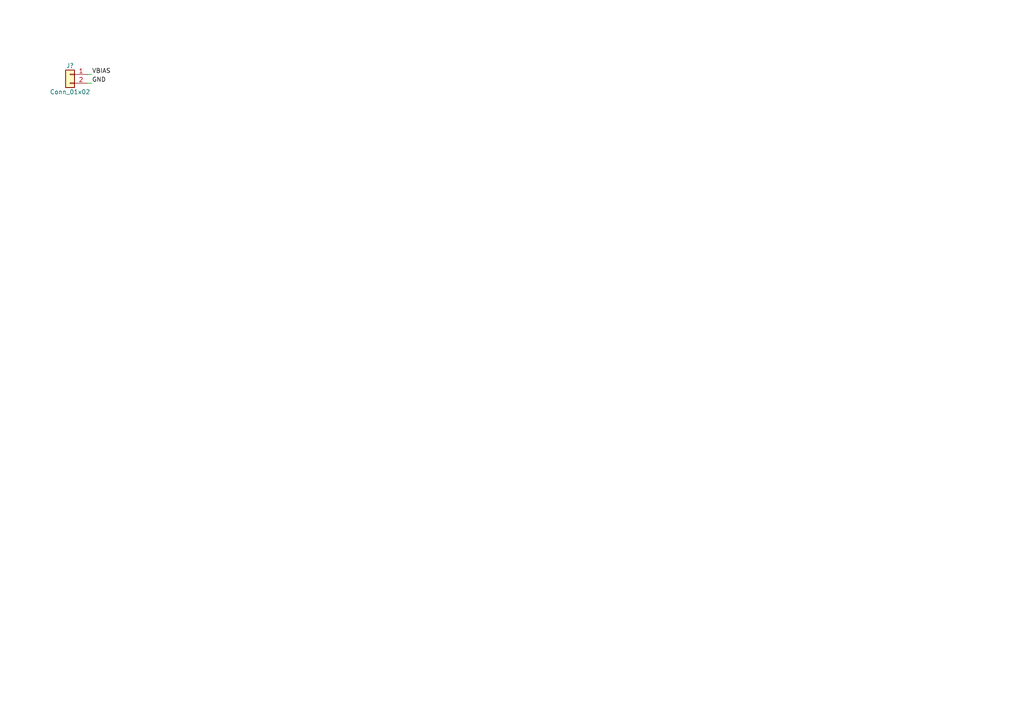
<source format=kicad_sch>
(kicad_sch (version 20211123) (generator eeschema)
  (paper "A4")
  (lib_symbols
    (symbol "Connector_Generic:Conn_01x02" (pin_names (offset 1.016) hide)
      (property "Reference" "J" (at 0 2.54 0))
      (property "Value" "Conn_01x02" (at 0 -5.08 0))
      (symbol "Conn_01x02_1_1"
        (rectangle (start -1.27 -2.413) (end 0 -2.667) (stroke (width 0.1524)))
        (rectangle (start -1.27 0.127) (end 0 -0.127) (stroke (width 0.1524)))
        (rectangle (start -1.27 1.27) (end 1.27 -3.81) (stroke (width 0.254)) (fill (type background)))
        (pin passive line (at -5.08 0 0) (length 3.81) (name "Pin_1") (number "1"))
        (pin passive line (at -5.08 -2.54 0) (length 3.81) (name "Pin_2") (number "2"))
      )
    )
  )
  (wire (pts (xy 25.4 24.13) (xy 26.67 24.13)))
  (wire (pts (xy 25.4 21.59) (xy 26.67 21.59)))
  (label "VBIAS" (at 26.67 21.59 0))
  (label "GND" (at 26.67 24.13 0))
  (symbol (lib_id "Connector_Generic:Conn_01x02") (at 20.32 21.59 0) (mirror y) (unit 1)
    (property "Reference" "J?" (at 20.32 19.05 0))
    (property "Value" "Conn_01x02" (at 20.32 26.67 0))
    (property "Footprint" "Connector_JST:JST_PH_B2B-PH-SM4-TB_1x02-1MP_P2.00mm_Vertical" (effects hide))
  )
)
</source>
